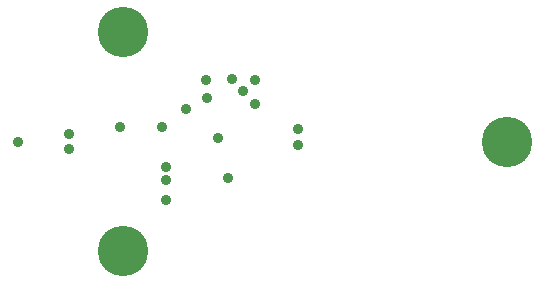
<source format=gbs>
G04*
G04 #@! TF.GenerationSoftware,Altium Limited,Altium Designer,24.1.2 (44)*
G04*
G04 Layer_Color=16711935*
%FSLAX44Y44*%
%MOMM*%
G71*
G04*
G04 #@! TF.SameCoordinates,47630513-E096-4814-B05C-B46C922ECB9E*
G04*
G04*
G04 #@! TF.FilePolarity,Negative*
G04*
G01*
G75*
%ADD30C,4.2672*%
%ADD31C,0.9144*%
D30*
X119380Y26670D02*
D03*
Y212090D02*
D03*
X444500Y119380D02*
D03*
D31*
X221488Y162052D02*
D03*
X231648Y171704D02*
D03*
X211836Y172212D02*
D03*
X155956Y98044D02*
D03*
X189992Y171704D02*
D03*
X155956Y70104D02*
D03*
Y86868D02*
D03*
X152908Y132080D02*
D03*
X208788Y88392D02*
D03*
X172720Y146812D02*
D03*
X267716Y116332D02*
D03*
X267533Y129937D02*
D03*
X73660Y113284D02*
D03*
Y125476D02*
D03*
X30988Y119380D02*
D03*
X190505Y155938D02*
D03*
X231140Y151384D02*
D03*
X200152Y122548D02*
D03*
X116840Y132080D02*
D03*
M02*

</source>
